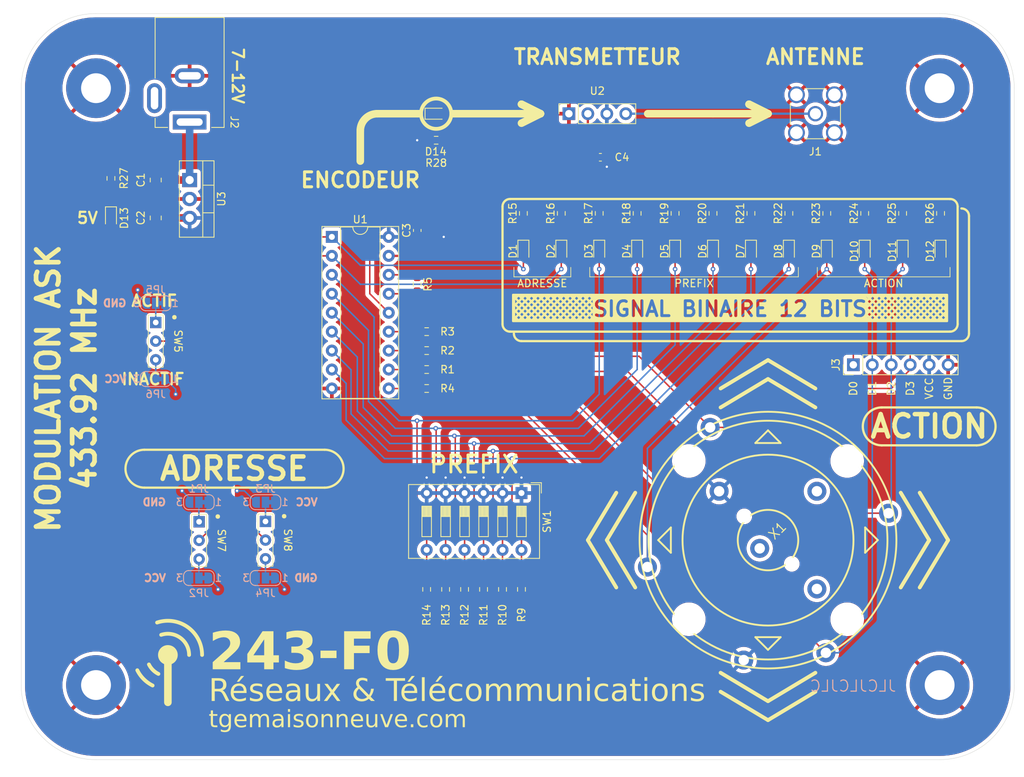
<source format=kicad_pcb>
(kicad_pcb (version 20240108) (generator "pcbnew") (generator_version "8.0")
  (layers (0 "F.Cu" signal) (31 "B.Cu" signal) (34 "B.Paste" user) (35 "F.Paste" user) (36 "B.SilkS" user "B.Silkscreen") (37 "F.SilkS" user "F.Silkscreen") (38 "B.Mask" user) (39 "F.Mask" user) (44 "Edge.Cuts" user))
  (net 0 "")
  (net 1 "GND")
  (net 2 "VCC")
  (net 3 "/A0")
  (net 4 "Net-(D1-K)")
  (net 5 "Net-(D2-K)")
  (net 6 "/A1")
  (net 7 "/A2")
  (net 8 "Net-(D3-K)")
  (net 9 "Net-(D4-K)")
  (net 10 "/A3")
  (net 11 "/A4")
  (net 12 "Net-(D5-K)")
  (net 13 "Net-(D6-K)")
  (net 14 "/A5")
  (net 15 "Net-(D7-K)")
  (net 16 "/A6")
  (net 17 "Net-(D8-K)")
  (net 18 "/A7")
  (net 19 "Net-(D9-K)")
  (net 20 "/D0")
  (net 21 "/D1")
  (net 22 "Net-(D10-K)")
  (net 23 "/D2")
  (net 24 "Net-(D11-K)")
  (net 25 "Net-(D12-K)")
  (net 26 "/D3")
  (net 27 "Net-(J1-In)")
  (net 28 "Net-(U1-OSC1)")
  (net 29 "Net-(U1-OSC2)")
  (net 30 "/DOUT")
  (net 31 "Net-(U3-VI)")
  (net 32 "Net-(D13-K)")
  (net 33 "Net-(D14-A)")
  (net 34 "/~{TE}")
  (net 38 "Net-(JP1-C)")
  (net 39 "Net-(JP2-C)")
  (net 40 "Net-(JP3-C)")
  (net 41 "Net-(JP4-C)")
  (net 42 "Net-(JP5-C)")
  (net 43 "Net-(JP6-C)")
  (footprint "Resistor_SMD:R_0603_1608Metric_Pad0.98x0.95mm_HandSolder" (layer "F.Cu") (at 209.804 71.7785 90)
    (property "Reference" "R22")
    (property "Value" "330")
  )
  (footprint "Resistor_SMD:R_0603_1608Metric_Pad0.98x0.95mm_HandSolder" (layer "F.Cu") (at 161.29 122.174 90)
    (property "Reference" "R14")
    (property "Value" "10k")
  )
  (footprint "Resistor_SMD:R_0603_1608Metric_Pad0.98x0.95mm_HandSolder" (layer "F.Cu") (at 194.564 71.7785 90)
    (property "Reference" "R19")
    (property "Value" "330")
  )
  (footprint "Resistor_SMD:R_0603_1608Metric_Pad0.98x0.95mm_HandSolder" (layer "F.Cu") (at 160.02 81.28 -90)
    (property "Reference" "R5")
    (property "Value" "1.1M")
  )
  (footprint "Resistor_SMD:R_0603_1608Metric_Pad0.98x0.95mm_HandSolder" (layer "F.Cu") (at 162.56 61.976 180)
    (property "Reference" "R28")
    (property "Value" "330")
  )
  (footprint "LED_SMD:LED_0603_1608Metric" (layer "F.Cu") (at 184.404 76.8585 -90)
    (property "Reference" "D3")
    (property "Value" "LED")
  )
  (footprint "Resistor_SMD:R_0603_1608Metric_Pad0.98x0.95mm_HandSolder" (layer "F.Cu") (at 166.37 122.174 90)
    (property "Reference" "R12")
    (property "Value" "10k")
  )
  (footprint "Resistor_SMD:R_0603_1608Metric_Pad0.98x0.95mm_HandSolder" (layer "F.Cu") (at 219.964 71.7785 90)
    (property "Reference" "R24")
    (property "Value" "330")
  )
  (footprint "LED_SMD:LED_0603_1608Metric" (layer "F.Cu") (at 162.56 58.42)
    (property "Reference" "D14")
    (property "Value" "LED")
  )
  (footprint "Button_Switch_THT:SW_DIP_SPSTx06_Slide_9.78x17.42mm_W7.62mm_P2.54mm" (layer "F.Cu") (at 173.99 109.2625 -90)
    (property "Reference" "SW1")
    (property "Value" "SW_DIP_x06")
  )
  (footprint "Connector_PinSocket_2.54mm:PinSocket_1x04_P2.54mm_Vertical" (layer "F.Cu") (at 180.34 58.42 90)
    (property "Reference" "U2")
    (property "Value" "TLP-434")
  )
  (footprint "Resistor_SMD:R_0603_1608Metric_Pad0.98x0.95mm_HandSolder" (layer "F.Cu") (at 199.644 71.7785 90)
    (property "Reference" "R20")
    (property "Value" "330")
  )
  (footprint "Resistor_SMD:R_0603_1608Metric_Pad0.98x0.95mm_HandSolder" (layer "F.Cu") (at 174.244 71.7785 90)
    (property "Reference" "R15")
    (property "Value" "330")
  )
  (footprint "Library:ENCODER_ANO" (layer "F.Cu") (at 207.01 115.57 45)
    (property "Reference" "X1")
    (property "Value" "ENCODER_ANO")
  )
  (footprint "LED_SMD:LED_0603_1608Metric" (layer "F.Cu") (at 214.884 76.8585 -90)
    (property "Reference" "D9")
    (property "Value" "LED")
  )
  (footprint "Resistor_SMD:R_0603_1608Metric_Pad0.98x0.95mm_HandSolder" (layer "F.Cu") (at 204.724 71.7785 90)
    (property "Reference" "R21")
    (property "Value" "330")
  )
  (footprint "Resistor_SMD:R_0603_1608Metric_Pad0.98x0.95mm_HandSolder" (layer "F.Cu") (at 225.044 71.7785 90)
    (property "Reference" "R25")
    (property "Value" "330")
  )
  (footprint "Resistor_SMD:R_0603_1608Metric_Pad0.98x0.95mm_HandSolder" (layer "F.Cu") (at 161.29 95.25)
    (property "Reference" "R4")
    (property "Value" "10k")
  )
  (footprint "MountingHole:MountingHole_4mm_Pad" (layer "F.Cu") (at 117 55)
    (property "Reference" "H1" (hide yes))
    (property "Value" "MountingHole_Pad")
  )
  (footprint "Resistor_SMD:R_0603_1608Metric_Pad0.98x0.95mm_HandSolder" (layer "F.Cu") (at 184.404 71.7785 90)
    (property "Reference" "R17")
    (property "Value" "330")
  )
  (footprint "LED_SMD:LED_0603_1608Metric" (layer "F.Cu") (at 189.484 76.8585 -90)
    (property "Reference" "D4")
    (property "Value" "LED")
  )
  (footprint "Capacitor_SMD:C_0603_1608Metric_Pad1.08x0.95mm_HandSolder" (layer "F.Cu") (at 184.5575 64.262 180)
    (property "Reference" "C4")
    (property "Value" "100n")
  )
  (footprint "Resistor_SMD:R_0603_1608Metric_Pad0.98x0.95mm_HandSolder" (layer "F.Cu") (at 119 67.0875 90)
    (property "Reference" "R27")
    (property "Value" "330")
  )
  (footprint "LED_SMD:LED_0603_1608Metric" (layer "F.Cu") (at 179.324 76.8585 -90)
    (property "Reference" "D2")
    (property "Value" "LED")
  )
  (footprint "Library:EG1218" (layer "F.Cu") (at 125 88.9 -90)
    (property "Reference" "SW5")
    (property "Value" "SW_SPDT")
  )
  (footprint "Resistor_SMD:R_0603_1608Metric_Pad0.98x0.95mm_HandSolder" (layer "F.Cu") (at 161.29 87.63)
    (property "Reference" "R3")
    (property "Value" "10k")
  )
  (footprint "Package_DIP:DIP-18_W7.62mm_Socket" (layer "F.Cu") (at 148.59 74.93)
    (property "Reference" "U1")
    (property "Value" "HT12E")
  )
  (footprint "Library:EG1218" (layer "F.Cu") (at 139.7 115.57 -90)
    (property "Reference" "SW8")
    (property "Value" "SW_SPDT")
  )
  (footprint "Connector_BarrelJack:BarrelJack_Kycon_KLDX-0202-xC_Horizontal" (layer "F.Cu") (at 129.54 59.54 -90)
    (property "Reference" "J2")
    (property "Value" "Barrel_Jack_Switch")
  )
  (footprint "LED_SMD:LED_0603_1608Metric" (layer "F.Cu") (at 174.244 76.8585 -90)
    (property "Reference" "D1")
    (property "Value" "LED")
  )
  (footprint "Resistor_SMD:R_0603_1608Metric_Pad0.98x0.95mm_HandSolder" (layer "F.Cu") (at 179.324 71.7785 90)
    (property "Reference" "R16")
    (property "Value" "330")
  )
  (footprint "Resistor_SMD:R_0603_1608Metric_Pad0.98x0.95mm_HandSolder" (layer "F.Cu") (at 168.91 122.174 90)
    (property "Reference" "R11")
    (property "Value" "10k")
  )
  (footprint "Connector_PinHeader_2.54mm:PinHeader_1x06_P2.54mm_Vertical" (layer "F.Cu") (at 218.44 92.075 90)
    (property "Reference" "J3")
    (property "Value" "Data_in")
  )
  (footprint "LED_SMD:LED_0603_1608Metric" (layer "F.Cu") (at 225.044 76.8585 -90)
    (property "Reference" "D11")
    (property "Value" "LED")
  )
  (footprint "Resistor_SMD:R_0603_1608Metric_Pad0.98x0.95mm_HandSolder" (layer "F.Cu") (at 161.29 90.17)
    (property "Reference" "R2")
    (property "Value" "10k")
  )
  (footprint "Capacitor_SMD:C_0805_2012Metric_Pad1.18x1.45mm_HandSolder" (layer "F.Cu") (at 125 72.39 90)
    (property "Reference" "C2")
    (property "Value" "10u")
  )
  (footprint "LED_SMD:LED_0603_1608Metric" (layer "F.Cu") (at 219.964 76.8585 -90)
    (property "Reference" "D10")
    (property "Value" "LED")
  )
  (footprint "Resistor_SMD:R_0603_1608Metric_Pad0.98x0.95mm_HandSolder" (layer "F.Cu") (at 161.29 92.71)
    (property "Reference" "R1")
    (property "Value" "10k")
  )
  (footprint "MountingHole:MountingHole_4mm_Pad" (layer "F.Cu") (at 230 55)
    (property "Reference" "H2" (hide yes))
    (property "Value" "MountingHole_Pad")
  )
  (footprint "Resistor_SMD:R_0603_1608Metric_Pad0.98x0.95mm_HandSolder" (layer "F.Cu") (at 214.884 71.7785 90)
    (property "Reference" "R23")
    (property "Value" "330")
  )
  (footprint "Resistor_SMD:R_0603_1608Metric_Pad0.98x0.95mm_HandSolder" (layer "F.Cu") (at 171.45 122.174 90)
    (property "Reference" "R10")
    (property "Value" "10k")
  )
  (footprint "LED_SMD:LED_0603_1608Metric" (layer "F.Cu") (at 204.724 76.8585 -90)
    (property "Reference" "D7")
    (property "Value" "LED")
  )
  (footprint "MountingHole:MountingHole_4mm_Pad" (layer "F.Cu") (at 117 135)
    (property "Reference" "H4" (hide yes))
    (property "Value" "MountingHole_Pad")
  )
  (footprint "LED_SMD:LED_0603_1608Metric" (layer "F.Cu") (at 194.564 76.8585 -90)
    (property "Reference" "D5")
    (property "Value" "LED")
  )
  (footprint "Capacitor_SMD:C_0603_1608Metric_Pad1.08x0.95mm_HandSolder" (layer "F.Cu") (at 160.03 74.0675 90)
    (property "Reference" "C3")
    (property "Value" "100n")
  )
  (footprint "LED_SMD:LED_0603_1608Metric" (layer "F.Cu") (at 199.644 76.8585 -90)
    (property "Reference" "D6")
    (property "Value" "LED")
  )
  (footprint "Connector_Coaxial:SMA_Amphenol_901-144_Vertical" (layer "F.Cu") (at 213.36 58.42)
    (property "Reference" "J1")
    (property "Value" "Conn_Coaxial")
  )
  (footprint "Resistor_SMD:R_0603_1608Metric_Pad0.98x0.95mm_HandSolder" (layer "F.Cu") (at 163.83 122.174 90)
    (property "Reference" "R13")
    (property "Value" "10k")
  )
  (footprint "MountingHole:MountingHole_4mm_Pad" (layer "F.Cu") (at 230 135)
    (property "Reference" "H3" (hide yes))
    (property "Value" "MountingHole_Pad")
  )
  (footprint "LED_SMD:LED_0603_1608Metric" (layer "F.Cu") (at 119 72.39 -90)
    (property "Reference" "D13")
    (property "Value" "LED")
  )
  (footprint "Capacitor_SMD:C_0805_2012Metric_Pad1.18x1.45mm_HandSolder" (layer "F.Cu") (at 125 67.31 -90)
    (property "Reference" "C1")
    (property "Value" "10u")
  )
  (footprint "LED_SMD:LED_0603_1608Metric" (layer "F.Cu") (at 230.124 76.8585 -90)
    (property "Reference" "D12")
    (property "Value" "LED")
  )
  (footprint "Resistor_SMD:R_0603_1608Metric_Pad0.98x0.95mm_HandSolder" (layer "F.Cu") (at 230.124 71.7785 90)
    (property "Reference" "R26")
    (property "Value" "330")
  )
  (footprint "Resistor_SMD:R_0603_1608Metric_Pad0.98x0.95mm_HandSolder" (layer "F.Cu") (at 189.484 71.7785 90)
    (property "Reference" "R18")
    (property "Value" "330")
  )
  (footprint "Resistor_SMD:R_0603_1608Metric_Pad0.98x0.95mm_HandSolder" (layer "F.Cu") (at 173.99 122.174 90)
    (property "Reference" "R9")
    (property "Value" "10k")
  )
  (footprint "Library:EG1218" (layer "F.Cu") (at 130.81 115.61 -90)
    (property "Reference" "SW7")
    (property "Value" "SW_SPDT")
  )
  (footprint "Package_TO_SOT_THT:TO-220-3_Vertical" (layer "F.Cu") (at 129.54 67.31 -90)
    (property "Reference" "U3")
    (property "Value" "LM7805_TO220")
  )
  (footprint "LED_SMD:LED_0603_1608Metric" (layer "F.Cu") (at 209.804 76.8585 -90)
    (property "Reference" "D8")
    (property "Value" "LED")
  )
  (footprint "Jumper:SolderJumper-3_P1.3mm_Bridged12_RoundedPad1.0x1.5mm_NumberLabels" (layer "B.Cu") (at 125 83.82 180)
    (property "Reference" "JP5")
    (property "Value" "SolderJumper_3_Bridged12")
  )
  (footprint "Jumper:SolderJumper-3_P1.3mm_Bridged12_RoundedPad1.0x1.5mm_NumberLabels" (layer "B.Cu") (at 139.7 120.65 180)
    (property "Reference" "JP4")
    (property "Value" "SolderJumper_3_Bridged12")
  )
  (footprint "Jumper:SolderJumper-3_P1.3mm_Bridged12_RoundedPad1.0x1.5mm_NumberLabels" (layer "B.Cu") (at 125 93.98 180)
    (property "Reference" "JP6")
    (property "Value" "SolderJumper_3_Bridged12")
  )
  (footprint "Jumper:SolderJumper-3_P1.3mm_Bridged12_RoundedPad1.0x1.5mm_NumberLabels" (layer "B.Cu") (at 139.7 110.49 180)
    (property "Reference" "JP3")
    (property "Value" "SolderJumper_3_Bridged12")
  )
  (footprint "Jumper:SolderJumper-3_P1.3mm_Bridged12_RoundedPad1.0x1.5mm_NumberLabels" (layer "B.Cu") (at 130.78 120.65 180)
    (property "Reference" "JP2")
    (property "Value" "SolderJumper_3_Bridged12")
  )
  (footprint "Jumper:SolderJumper-3_P1.3mm_Bridged12_RoundedPad1.0x1.5mm_NumberLabels" (layer "B.Cu") (at 130.78 110.49 180)
    (property "Reference" "JP1")
    (property "Value" "SolderJumper_3_Bridged12")
  )
  (gr_arc (start 171.45 70.866) (mid 171.74758 70.14758) (end 172.466 69.85) (stroke (width 0.3048)) (layer "F.SilkS"))
  (gr_line (start 126.628026 130.964076) (end 126.628026 137.314076) (stroke (width 1.016)) (layer "F.SilkS"))
  (gr_arc (start 234.95 97.79) (mid 237.49 100.33) (end 234.95 102.87) (stroke (width 0.3048)) (layer "F.SilkS"))
  (gr_line (start 185.42 115.57) (end 189.23 121.92) (stroke (width 0.508)) (layer "F.SilkS"))
  (gr_line (start 182.88 115.57) (end 186.69 121.92) (stroke (width 0.508)) (layer "F.SilkS"))
  (gr_line (start 190.8965 58.42) (end 199.644 58.42) (stroke (width 1.016)) (layer "F.SilkS"))
  (gr_arc (start 172.466 87.63) (mid 171.74758 87.33242) (end 171.45 86.614) (stroke (width 0.3048)) (layer "F.SilkS"))
  (gr_arc (start 123.49 108.54) (mid 120.95 106) (end 123.49 103.46) (stroke (width 0.3048)) (layer "F.SilkS"))
  (gr_line (start 207.01 93.98) (end 200.66 97.79) (stroke (width 0.508)) (layer "F.SilkS"))
  (gr_arc (start 232.918 71.12) (mid 233.63642 71.41758) (end 233.934 72.136) (stroke (width 0.3048)) (layer "F.SilkS"))
  (gr_arc (start 222.25 102.87) (mid 219.71 100.33) (end 222.25 97.79) (stroke (width 0.3048)) (layer "F.SilkS"))
  (gr_line (start 224.79 121.92) (end 228.6 115.57) (stroke (width 0.508)) (layer "F.SilkS"))
  (gr_line (start 164.846 58.42) (end 176.53 58.42) (stroke (width 1.016)) (layer "F.SilkS"))
  (gr_line (start 213.614 80.2875) (end 213.614 79.0175) (stroke (width 0.1)) (layer "F.SilkS"))
  (gr_arc (start 125.73 128.27) (mid 128.288489 128.660306) (end 129.467832 130.964076) (stroke (width 0.508)) (layer "F.SilkS"))
  (gr_arc (start 125.358026 133.504076) (mid 124.61998 132.972122) (end 124.088026 132.234076) (stroke (width 0.508)) (layer "F.SilkS"))
  (gr_line (start 147.62 108.54) (end 123.49 108.54) (stroke (width 0.3048)) (layer "F.SilkS"))
  (gr_line (start 186.69 109.22) (end 182.88 115.57) (stroke (width 0.508)) (layer "F.SilkS"))
  (gr_line (start 172.974 80.2875) (end 172.974 79.0175) (stroke (width 0.1)) (layer "F.SilkS"))
  (gr_line (start 199.644 58.42) (end 207.01 58.42) (stroke (width 1.016)) (layer "F.SilkS"))
  (gr_line (start 180.594 80.2875) (end 172.974 80.2875) (stroke (width 0.1)) (layer "F.SilkS"))
  (gr_arc (start 232.41 86.614) (mid 232.11242 87.33242) (end 231.394 87.63) (stroke (width 0.3048)) (layer "F.SilkS"))
  (gr_line (start 213.36 97.79) (end 207.01 93.98) (stroke (width 0.508)) (layer "F.SilkS"))
  (gr_line (start 204.47 57.15) (end 207.01 58.42) (stroke (width 1.016)) (layer "F.SilkS"))
  (gr_line (start 207.01 137.16) (end 213.36 133.35) (stroke (width 0.508)) (layer "F.SilkS"))
  (gr_arc (start 233.934 87.884) (mid 233.63642 88.60242) (end 232.918 88.9) (stroke (width 0.3048)) (layer "F.SilkS"))
  (gr_line (start 183.134 80.2875) (end 183.134 79.0175) (stroke (width 0.1)) (layer "F.SilkS"))
  (gr_line (start 231.394 87.63) (end 172.466 87.63) (stroke (width 0.3048)) (layer "F.SilkS"))
  (gr_line (start 233.934 72.136) (end 233.934 87.884) (stroke (width 0.3048)) (layer "F.SilkS"))
  (gr_line (start 207.01 91.44) (end 200.66 95.25) (stroke (width 0.508)) (layer "F.SilkS"))
  (gr_line (start 231.394 80.2875) (end 213.614 80.2875) (stroke (width 0.1)) (layer "F.SilkS"))
  (gr_line (start 222.25 102.87) (end 234.95 102.87) (stroke (width 0.3048)) (layer "F.SilkS"))
  (gr_arc (start 125.180003 126.620007) (mid 129.305444 127.249357) (end 131.207076 130.964076) (stroke (width 0.508)) (layer "F.SilkS"))
  (gr_line (start 232.41 70.866) (end 232.41 86.614) (stroke (width 0.3048)) (layer "F.SilkS"))
  (gr_line (start 200.66 135.89) (end 207.01 139.7) (stroke (width 0.508)) (layer "F.SilkS"))
  (gr_line (start 171.45 86.614) (end 171.45 70.866) (stroke (width 0.3048)) (layer "F.SilkS"))
  (gr_line (start 231.14 115.57) (end 227.33 109.22) (stroke (width 0.508)) (layer "F.SilkS"))
  (gr_circle (center 162.56 58.42) (end 164.592 58.42) (stroke (width 0.508)) (fill none) (layer "F.SilkS"))
  (gr_line (start 176.53 58.42) (end 173.99 59.69) (stroke (width 1.016)) (layer "F.SilkS"))
  (gr_line (start 211.074 79.0175) (end 211.074 80.2875) (stroke (width 0.1)) (layer "F.SilkS"))
  (gr_line (start 152.4 64.77) (end 152.4 60.706) (stroke (width 1.016)) (layer "F.SilkS"))
  (gr_line (start 227.33 121.92) (end 231.14 115.57) (stroke (width 0.508)) (layer "F.SilkS"))
  (gr_line (start 207.01 58.42) (end 204.47 59.69) (stroke (width 1.016)) (layer "F.SilkS"))
  (gr_line (start 176.53 58.42) (end 173.99 57.15) (stroke (width 1.016)) (layer "F.SilkS"))
  (gr_arc (start 124.580214 135.059703) (mid 123.390149 134.201953) (end 122.532399 133.011888) (stroke (width 0.508)) (layer "F.SilkS"))
  (gr_line (start 172.466 69.85) (end 231.394 69.85) (stroke (width 0.3048)) (layer "F.SilkS"))
  (gr_line (start 231.394 79.0175) (end 231.394 80.2875) (stroke (width 0.1)) (layer "F.SilkS"))
  (gr_line (start 180.594 79.0175) (end 180.594 80.2875) (stroke (width 0.1)) (layer "F.SilkS"))
  (gr_line (start 232.918 88.9) (end 173.99 88.9) (stroke (width 0.3048)) (layer "F.SilkS"))
  (gr_circle (center 126.628026 130.964076) (end 127.898026 130.964076) (stroke (width 0.1)) (fill solid) (layer "F.SilkS"))
  (gr_line (start 213.36 95.25) (end 207.01 91.44) (stroke (width 0.508)) (layer "F.SilkS"))
  (gr_line (start 154.686 58.42) (end 160.274 58.42) (stroke (width 1.016)) (layer "F.SilkS"))
  (gr_line (start 200.66 133.35) (end 207.01 137.16) (stroke (width 0.508)) (layer "F.SilkS"))
  (gr_arc (start 147.62 103.46) (mid 150.16 106) (end 147.62 108.54) (stroke (width 0.3048)) (layer "F.SilkS"))
  (gr_line (start 211.074 80.2875) (end 183.134 80.2875) (stroke (width 0.1)) (layer "F.SilkS"))
  (gr_line (start 228.6 115.57) (end 224.79 109.22) (stroke (width 0.508)) (layer "F.SilkS"))
  (gr_line (start 207.01 58.42) (end 204.47 57.15) (stroke (width 1.016)) (layer "F.SilkS"))
  (gr_arc (start 152.4 60.706) (mid 153.069554 59.089554) (end 154.686 58.42) (stroke (width 1.016)) (layer "F.SilkS"))
  (gr_arc (start 231.394 69.85) (mid 232.11242 70.14758) (end 232.41 70.866) (stroke (width 0.3048)) (layer "F.SilkS"))
  (gr_line (start 207.01 139.7) (end 213.36 135.89) (stroke (width 0.508)) (layer "F.SilkS"))
  (gr_line (start 222.25 97.79) (end 234.95 97.79) (stroke (width 0.3048)) (layer "F.SilkS"))
  (gr_arc (start 173.99 88.9) (mid 173.27158 88.60242) (end 172.974 87.884) (stroke (width 0.3048)) (layer "F.SilkS"))
  (gr_line (start 173.99 57.15) (end 176.53 58.42) (stroke (width 1.016)) (layer "F.SilkS"))
  (gr_line (start 123.49 103.46) (end 147.62 103.46) (stroke (width 0.3048)) (layer "F.SilkS"))
  (gr_line (start 189.23 109.22) (end 185.42 115.57) (stroke (width 0.508)) (layer "F.SilkS"))
  (gr_arc (start 230 45) (mid 237.071068 47.928932) (end 240 55) (stroke (width 0.05)) (layer "Edge.Cuts"))
  (gr_line (start 116.98 45) (end 230 45) (stroke (width 0.05)) (layer "Edge.Cuts"))
  (gr_line (start 106.98 135) (end 106.98 55) (stroke (width 0.05)) (layer "Edge.Cuts"))
  (gr_arc (start 116.98 145) (mid 109.908932 142.071068) (end 106.98 135) (stroke (width 0.05)) (layer "Edge.Cuts"))
  (gr_line (start 240 55) (end 240 135) (stroke (width 0.05)) (layer "Edge.Cuts"))
  (gr_line (start 230 145) (end 116.98 145) (stroke (width 0.05)) (layer "Edge.Cuts"))
  (gr_arc (start 106.98 55) (mid 109.908932 47.928932) (end 116.98 45) (stroke (width 0.05)) (layer "Edge.Cuts"))
  (gr_arc (start 240 135) (mid 237.071068 142.071068) (end 230 145) (stroke (width 0.05)) (layer "Edge.Cuts"))
  (gr_text "VCC" (at 146.812 110.49 0) (layer "B.SilkS") (effects (font (size 1 1) (thickness 0.3) (bold yes)) (justify left mirror)))
  (gr_text "JLCJLCJLC" (at 224.282 135.128 0) (layer "B.SilkS") (effects (font (size 1.5 1.5)) (justify left mirror)))
  (gr_text "GND" (at 121.19 83.82 0) (layer "B.SilkS") (effects (font (size 1 1) (thickness 0.3) (bold yes)) (justify left mirror)))
  (gr_text "GND" (at 146.812 120.65 0) (layer "B.SilkS") (effects (font (size 1 1) (thickness 0.3) (bold yes)) (justify left mirror)))
  (gr_text "VCC" (at 126.492 120.65 0) (layer "B.SilkS") (effects (font (size 1 1) (thickness 0.3) (bold yes)) (justify left mirror)))
  (gr_text "GND" (at 126.492 110.49 0) (layer "B.SilkS") (effects (font (size 1 1) (thickness 0.3) (bold yes)) (justify left mirror)))
  (gr_text "VCC" (at 121.19 93.98 0) (layer "B.SilkS") (effects (font (size 1 1) (thickness 0.3) (bold yes)) (justify left mirror)))
  (gr_text "D1" (at 220.98 95.25 90) (layer "F.SilkS") (effects (font (size 1.016 1.016) (thickness 0.1524))))
  (gr_text "ACTION" (at 222.504 81.153 0) (layer "F.SilkS") (effects (font (size 1.016 1.016) (thickness 0.1524))))
  (gr_text "D2" (at 223.52 95.25 90) (layer "F.SilkS") (effects (font (size 1.016 1.016) (thickness 0.1524))))
  (gr_text "5V" (at 114.3 72.39 0) (layer "F.SilkS") (effects (font (size 1.5 1.5) (thickness 0.3) (bold yes)) (justify left)))
  (gr_text "TRANSMETTEUR" (at 184.15 50.8 0) (layer "F.SilkS") (effects (font (size 2 2) (thickness 0.4) (bold yes))))
  (gr_text "MODULATION ASK\n433.92 MHz" (at 113.03 95.25 90) (layer "F.SilkS") (effects (font (size 3 3) (thickness 0.625) (bold yes))))
  (gr_text "INACTIF" (at 129 94 0) (layer "F.SilkS") (effects (font (size 1.524 1.524) (thickness 0.3048) (bold yes)) (justify right)))
  (gr_text "ACTIF" (at 128 83.5 0) (layer "F.SilkS") (effects (font (size 1.524 1.524) (thickness 0.3048) (bold yes)) (justify right)))
  (gr_text "ACTION" (at 228.6 100.33 0) (layer "F.SilkS") (effects (font (size 3 3) (thickness 0.6) (bold yes))))
  (gr_text "D3" (at 226.06 95.25 90) (layer "F.SilkS") (effects (font (size 1.016 1.016) (thickness 0.1524))))
  (gr_text "7-12V" (at 136 53.34 270) (layer "F.SilkS") (effects (font (size 1.5 1.5) (thickness 0.3) (bold yes))))
  (gr_text "ADRESSE" (at 135.5 106 0) (layer "F.SilkS") (effects (font (size 3 3) (thickness 0.6) (bold yes))))
  (gr_text "Réseaux & Télécommunications" (at 132.08 135.89 0) (layer "F.SilkS") (effects (font (size 3 3) (thickness 0.375)) (justify left)))
  (gr_text "ENCODEUR" (at 152.41 67.31 0) (layer "F.SilkS") (effects (font (size 2 2) (thickness 0.4) (bold yes))))
  (gr_text "VCC" (at 228.6 95.25 90) (layer "F.SilkS") (effects (font (size 1.016 1.016) (thickness 0.1524))))
  (gr_text "ADRESSE" (at 176.784 81.153 0) (layer "F.SilkS") (effects (font (size 1.016 1.016) (thickness 0.1524))))
  (gr_text "ANTENNE" (at 213.36 50.8 0) (layer "F.SilkS") (effects (font (size 2 2) (thickness 0.4) (bold yes))))
  (gr_text "243-F0" (at 132.08 130.81 0) (layer "F.SilkS") (effects (font (size 5 5) (thickness 0.2) (bold yes)) (justify left)))
  (gr_text " SIGNAL BINAIRE 12 BITS " (at 201.93 84.582 0) (layer "F.SilkS" knockout) (effects (font (size 2 2) (thickness 0.4) (bold yes))))
  (gr_text "tgemaisonneuve.com" (at 132.08 139.7 0) (layer "F.SilkS") (effects (font (size 2.286 2.286) (thickness 0.375)) (justify left)))
  (gr_text "PREFIX" (at 167.64 105.41 0) (layer "F.SilkS") (effects (font (size 2.286 2.286) (thickness 0.381) (bold yes))))
  (gr_text "GND" (at 231.14 95.25 90) (layer "F.SilkS") (effects (font (size 1.016 1.016) (thickness 0.1524))))
  (gr_text "D0" (at 218.44 95.25 90) (layer "F.SilkS") (effects (font (size 1.016 1.016) (thickness 0.1524))))
  (gr_text "PREFIX" (at 197.104 81.153 0) (layer "F.SilkS") (effects (font (size 1.016 1.016) (thickness 0.1524))))
  (via (at 122.587 82.042) (size 0.6096) (drill 0.3048) (layers "F.Cu" "B.Cu") (net 1))
  (via (at 135.89 108.966) (size 0.6096) (drill 0.3048) (layers "F.Cu" "B.Cu") (net 1))
  (via (at 142.24 122.174) (size 0.6096) (drill 0.3048) (layers "F.Cu" "B.Cu") (net 1))
  (via (at 133.35 122.174) (size 0.6096) (drill 0.3048) (layers "F.Cu" "B.Cu") (net 1))
  (via (at 128.524 108.966) (size 0.6096) (drill 0.3048) (layers "F.Cu" "B.Cu") (net 1))
  (via (at 127.667 96.012) (size 0.6096) (drill 0.3048) (layers "F.Cu" "B.Cu") (net 1))
  (segment (start 133.35 121.92) (end 133.35 122.174) (width 0.2032) (layer "B.Cu") (net 1))
  (segment (start 138.4 110.49) (end 136.876 108.966) (width 0.2032) (layer "B.Cu") (net 1))
  (segment (start 129.48 109.922) (end 128.524 108.966) (width 0.2032) (layer "B.Cu") (net 1))
  (segment (start 123.7 83.82) (end 122.587 82.707) (width 0.2032) (layer "B.Cu") (net 1))
  (segment (start 129.48 110.49) (end 129.48 109.922) (width 0.2032) (layer "B.Cu") (net 1))
  (segment (start 126.3 93.98) (end 127.667 95.347) (width 0.2032) (layer "B.Cu") (net 1))
  (segment (start 127.667 95.347) (end 127.667 96.012) (width 0.2032) (layer "B.Cu") (net 1))
  (segment (start 142.24 121.89) (end 142.24 122.174) (width 0.2032) (layer "B.Cu") (net 1))
  (segment (start 136.876 108.966) (end 135.89 108.966) (width 0.2032) (layer "B.Cu") (net 1))
  (segment (start 122.587 82.707) (end 122.587 82.042) (width 0.2032) (layer "B.Cu") (net 1))
  (segment (start 141 120.65) (end 142.24 121.89) (width 0.2032) (layer "B.Cu") (net 1))
  (segment (start 132.08 120.65) (end 133.35 121.92) (width 0.2032) (layer "B.Cu") (net 1))
  (segment (start 121.6915 73.1775) (end 121.92 73.406) (width 0.2032) (layer "F.Cu") (net 2))
  (segment (start 161.6475 61.975999) (end 160.020001 61.975999) (width 0.2032) (layer "F.Cu") (net 2))
  (segment (start 126.9785 73.4275) (end 125 73.4275) (width 1.016) (layer "F.Cu") (net 2))
  (segment (start 160.020001 61.975999) (end 160.02 61.976) (width 0.2032) (layer "F.Cu") (net 2))
  (segment (start 122.428 73.406) (end 122.4495 73.4275) (width 0.2032) (layer "F.Cu") (net 2))
  (segment (start 160.03 74.93) (end 159.512 74.93) (width 0.2032) (layer "F.Cu") (net 2))
  (segment (start 121.92 73.406) (end 122.428 73.406) (width 0.2032) (layer "F.Cu") (net 2))
  (segment (start 163.83 109.5) (end 163.83 107.188) (width 0.2032) (layer "F.Cu") (net 2))
  (segment (start 166.37 109.5) (end 166.37 107.188) (width 0.2032) (layer "F.Cu") (net 2))
  (segment (start 185.42 65.532) (end 185.42 64.262) (width 0.4064) (layer "F.Cu") (net 2))
  (segment (start 185.42 64.262) (end 185.42 58.42) (width 0.4064) (layer "F.Cu") (net 2))
  (segment (start 173.99 109.5) (end 173.99 107.188) (width 0.2032) (layer "F.Cu") (net 2))
  (segment (start 168.91 109.5) (end 168.91 107.188) (width 0.2032) (layer "F.Cu") (net 2))
  (segment (start 159.507 74.935) (end 156.22 74.935) (width 0.4064) (layer "F.Cu") (net 2))
  (segment (start 129.54 72.39) (end 128.016 72.39) (width 1.016) (layer "F.Cu") (net 2))
  (segment (start 161.29 109.5) (end 161.29 107.188) (width 0.2032) (layer "F.Cu") (net 2))
  (segment (start 171.45 109.5) (end 171.45 107.188) (width 0.2032) (layer "F.Cu") (net 2))
  (segment (start 119 73.1775) (end 121.6915 73.1775) (width 0.2032) (layer "F.Cu") (net 2))
  (segment (start 128.016 72.39) (end 126.9785 73.4275) (width 1.016) (layer "F.Cu") (net 2))
  (segment (start 160.03 74.93) (end 163.576 74.93) (width 0.4064) (layer "F.Cu") (net 2))
  (segment (start 159.512 74.93) (end 159.507 74.935) (width 0.2032) (layer "F.Cu") (net 2))
  (segment (start 122.4495 73.4275) (end 125 73.4275) (width 0.2032) (layer "F.Cu") (net 2))
  (via (at 160.02 61.976) (size 0.6096) (drill 0.3048) (layers "F.Cu" "B.Cu") (net 2))
  (via (at 173.99 107.188) (size 0.6096) (drill 0.3048) (layers "F.Cu" "B.Cu") (net 2))
  (via (at 161.29 107.188) (size 0.6096) (drill 0.3048) (layers "F.Cu" "B.Cu") (net 2))
  (via (at 171.45 107.188) (size 0.6096) (drill 0.3048) (layers "F.Cu" "B.Cu") (net 2))
  (via (at 163.83 107.188) (size 0.6096) (drill 0.3048) (layers "F.Cu" "B.Cu") (net 2))
  (via (at 166.37 107.188) (size 0.6096) (drill 0.3048) (layers "F.Cu" "B.Cu") (net 2))
  (via (at 168.91 107.188) (size 0.6096) (drill 0.3048) (layers "F.Cu" "B.Cu") (net 2))
  (via (at 185.42 65.532) (size 0.6096) (drill 0.3048) (layers "F.Cu" "B.Cu") (net 2))
  (via (at 163.576 74.93) (size 0.6096) (drill 0.3048) (layers "F.Cu" "B.Cu") (net 2))
  (segment (start 130.81 115.61) (end 134 112.42) (width 0.2032) (layer "F.Cu") (net 3))
  (segment (start 134 85.71) (end 144.775 74.935) (width 0.2032) (layer "F.Cu") (net 3))
  (segment (start 144.775 74.935) (end 148.6 74.935) (width 0.2032) (layer "F.Cu") (net 3))
  (segment (start 174.244 77.646) (end 174.244 79.248) (width 0.2032) (layer "F.Cu") (net 3))
  (segment (start 134 112.42) (end 134 85.71) (width 0.2032) (layer "F.Cu") (net 3))
  (via (at 174.244 79.248) (size 0.6096) (drill 0.3048) (layers "F.Cu" "B.Cu") (net 3))
  (segment (start 148.6 74.935) (end 152.405 78.74) (width 0.2032) (layer "B.Cu") (net 3))
  (segment (start 173.736 78.74) (end 174.244 79.248) (width 0.2032) (layer "B.Cu") (net 3))
  (segment (start 152.405 78.74) (end 173.736 78.74) (width 0.2032) (layer "B.Cu") (net 3))
  (segment (start 174.244 72.691) (end 174.244 76.071) (width 0.2032) (layer "F.Cu") (net 4))
  (segment (start 179.324 72.691) (end 179.324 76.071) (width 0.2032) (layer "F.Cu") (net 5))
  (segment (start 135 110.5) (end 135 87.25) (width 0.2032) (layer "F.Cu") (net 6))
  (segment (start 137.16 112.66) (end 135 110.5) (width 0.2032) (layer "F.Cu") (net 6))
  (segment (start 144.775 77.475) (end 148.6 77.475) (width 0.2032) (layer "F.Cu") (net 6))
  (segment (start 139.7 115.57) (end 137.16 113.03) (width 0.2032) (layer "F.Cu") (net 6))
  (segment (start 179.324 77.646) (end 179.324 79.248) (width 0.2032) (layer "F.Cu") (net 6))
  (segment (start 135 87.25) (end 144.775 77.475) (width 0.2032) (layer "F.Cu") (net 6))
  (segment (start 137.16 113.03) (end 137.16 112.66) (width 0.2032) (layer "F.Cu") (net 6))
  (via (at 179.324 79.248) (size 0.6096) (drill 0.3048) (layers "F.Cu" "B.Cu") (net 6))
  (segment (start 148.6 77.475) (end 152.4 81.275) (width 0.2032) (layer "B.Cu") (net 6))
  (segment (start 152.4 81.275) (end 152.4 81.28) (width 0.2032) (layer "B.Cu") (net 6))
  (segment (start 152.4 81.28) (end 177.292 81.28) (width 0.2032) (layer "B.Cu") (net 6))
  (segment (start 177.292 81.28) (end 179.324 79.248) (width 0.2032) (layer "B.Cu") (net 6))
  (segment (start 160.02 113.538) (end 160.02 113.52) (width 0.2032) (layer "F.Cu") (net 7))
  (segment (start 184.404 77.646) (end 184.404 79.248) (width 0.2032) (layer "F.Cu") (net 7))
  (segment (start 161.29 114.808) (end 160.02 113.538) (width 0.2032) (layer "F.Cu") (net 7))
  (segment (start 160 113.5) (end 160 99.568) (width 0.2032) (layer "F.Cu") (net 7))
  (segment (start 160.02 113.52) (end 160 113.5) (width 0.2032) (layer "F.Cu") (net 7))
  (segment (start 161.29 121.2615) (end 161.29 114.808) (width 0.2032) (layer "F.Cu") (net 7))
  (via (at 160 99.568) (size 0.6096) (drill 0.3048) (layers "F.Cu" "B.Cu") (net 7))
  (via (at 184.404 79.248) (size 0.6096) (drill 0.3048) (layers "F.Cu" "B.Cu") (net 7))
  (segment (start 160 99.568) (end 180.848 99.568) (width 0.2032) (layer "B.Cu") (net 7))
  (segment (start 154.243765 85.663765) (end 148.59 80.01) (width 0.2032) (layer "B.Cu") (net 7))
  (segment (start 184.404 96.012) (end 184.404 79.248) (width 0.2032) (layer "B.Cu") (net 7))
  (segment (start 180.848 99.568) (end 184.404 96.012) (width 0.2032) (layer "B.Cu") (net 7))
  (segment (start 160 99.568) (end 157.568 99.568) (width 0.2032) (layer "B.Cu") (net 7))
  (segment (start 154.243765 96.243765) (end 154.243765 85.663765) (width 0.2032) (layer "B.Cu") (net 7))
  (segment (start 157.568 99.568) (end 154.243765 96.243765) (width 0.2032) (layer "B.Cu") (net 7))
  (segment (start 184.404 72.691) (end 184.404 76.071) (width 0.2032) (layer "F.Cu") (net 8))
  (segment (start 189.484 72.691) (end 189.484 76.071) (width 0.2032) (layer "F.Cu") (net 9))
  (segment (start 189.484 77.646) (end 189.484 79.248) (width 0.2032) (layer "F.Cu") (net 10))
  (segment (start 162.56 100.644) (end 162.56 113.538) (width 0.2032) (layer "F.Cu") (net 10))
  (segment (start 162.5 100.584) (end 162.56 100.644) (width 0.2032) (layer "F.Cu") (net 10))
  (segment (start 163.83 114.808) (end 163.83 121.2615) (width 0.2032) (layer "F.Cu") (net 10))
  (segment (start 162.56 113.538) (end 163.83 114.808) (width 0.2032) (layer "F.Cu") (net 10))
  (via (at 162.5 100.584) (size 0.6096) (drill 0.3048) (layers "F.Cu" "B.Cu") (net 10))
  (via (at 189.484 79.248) (size 0.6096) (drill 0.3048) (layers "F.Cu" "B.Cu") (net 10))
  (segment (start 162.5 100.584) (end 157.084 100.584) (width 0.2032) (layer "B.Cu") (net 10))
  (segment (start 157.084 100.584) (end 153.5 97) (width 0.2032) (layer "B.Cu") (net 10))
  (segment (start 181.61 100.584) (end 189.484 92.71) (width 0.2032) (layer "B.Cu") (net 10))
  (segment (start 162.5 100.584) (end 181.61 100.584) (width 0.2032) (layer "B.Cu") (net 10))
  (segment (start 153.5 97) (end 153.5 87.46) (width 0.2032) (layer "B.Cu") (net 10))
  (segment (start 153.5 87.46) (end 148.59 82.55) (width 0.2032) (layer "B.Cu") (net 10))
  (segment (start 189.484 92.71) (end 189.484 79.248) (width 0.2032) (layer "B.Cu") (net 10))
  (segment (start 165.123238 113.561238) (end 166.37 114.808) (width 0.2032) (layer "F.Cu") (net 11))
  (segment (start 166.37 114.808) (end 166.37 121.2615) (width 0.2032) (layer "F.Cu") (net 11))
  (segment (start 194.564 77.646) (end 194.564 79.248) (width 0.2032) (layer "F.Cu") (net 11))
  (segment (start 165 101.6) (end 165.123238 101.723238) (width 0.2032) (layer "F.Cu") (net 11))
  (segment (start 165.123238 101.723238) (end 165.123238 113.561238) (width 0.2032) (layer "F.Cu") (net 11))
  (via (at 165 101.6) (size 0.6096) (drill 0.3048) (layers "F.Cu" "B.Cu") (net 11))
  (via (at 194.564 79.248) (size 0.6096) (drill 0.3048) (layers "F.Cu" "B.Cu") (net 11))
  (segment (start 165 101.6) (end 156.6 101.6) (width 0.2032) (layer "B.Cu") (net 11))
  (segment (start 182.372 101.6) (end 194.564 89.408) (width 0.2032) (layer "B.Cu") (net 11))
  (segment (start 194.564 89.408) (end 194.564 79.248) (width 0.2032) (layer "B.Cu") (net 11))
  (segment (start 152.789277 89.289277) (end 148.59 85.09) (width 0.2032) (layer "B.Cu") (net 11))
  (segment (start 152.789277 97.789277) (end 152.789277 89.289277) (width 0.2032) (layer "B.Cu") (net 11))
  (segment (start 156.6 101.6) (end 152.789277 97.789277) (width 0.2032) (layer "B.Cu") (net 11))
  (segment (start 165 101.6) (end 182.372 101.6) (width 0.2032) (layer "B.Cu") (net 11))
  (segment (start 194.564 72.691) (end 194.564 76.071) (width 0.2032) (layer "F.Cu") (net 12))
  (segment (start 199.644 72.691) (end 199.644 76.071) (width 0.2032) (layer "F.Cu") (net 13))
  (segment (start 167.64 102.628882) (end 167.64 113.538) (width 0.2032) (layer "F.Cu") (net 14))
  (segment (start 168.91 114.808) (end 168.91 121.2615) (width 0.2032) (layer "F.Cu") (net 14))
  (segment (start 167.64 113.538) (end 168.91 114.808) (width 0.2032) (layer "F.Cu") (net 14))
  (segment (start 167.637891 102.626773) (end 167.64 102.628882) (width 0.2032) (layer "F.Cu") (net 14))
  (segment (start 199.644 77.646) (end 199.644 79.248) (width 0.2032) (layer "F.Cu") (net 14))
  (via (at 167.637891 102.626773) (size 0.6096) (drill 0.3048) (layers "F.Cu" "B.Cu") (net 14))
  (via (at 199.644 79.248) (size 0.6096) (drill 0.3048) (layers "F.Cu" "B.Cu") (net 14))
  (segment (start 167.637891 102.626773) (end 183.123227 102.626773) (width 0.2032) (layer "B.Cu") (net 14))
  (segment (start 199.644 86.106) (end 199.644 79.248) (width 0.2032) (layer "B.Cu") (net 14))
  (segment (start 152 91.04) (end 148.59 87.63) (width 0.2032) (layer "B.Cu") (net 14))
  (segment (start 183.123227 102.626773) (end 199.644 86.106) (width 0.2032) (layer "B.Cu") (net 14))
  (segment (start 152 98.283026) (end 152 91.04) (width 0.2032) (layer "B.Cu") (net 14))
  (segment (start 167.637891 102.626773) (end 156.343747 102.626773) (width 0.2032) (layer "B.Cu") (net 14))
  (segment (start 156.343747 102.626773) (end 152 98.283026) (width 0.2032) (layer "B.Cu") (net 14))
  (segment (start 204.724 72.691) (end 204.724 76.071) (width 0.2032) (layer "F.Cu") (net 15))
  (segment (start 171.45 114.808) (end 171.45 121.2615) (width 0.2032) (layer "F.Cu") (net 16))
  (segment (start 170.179062 103.632) (end 170.18 103.632938) (width 0.2032) (layer "F.Cu") (net 16))
  (segment (start 170.18 113.538) (end 171.45 114.808) (width 0.2032) (layer "F.Cu") (net 16))
  (segment (start 204.724 77.646) (end 204.724 79.248) (width 0.2032) (layer "F.Cu") (net 16))
  (segment (start 170.18 103.632938) (end 170.18 113.538) (width 0.2032) (layer "F.Cu") (net 16))
  (via (at 170.179062 103.632) (size 0.6096) (drill 0.3048) (layers "F.Cu" "B.Cu") (net 16))
  (via (at 204.724 79.248) (size 0.6096) (drill 0.3048) (layers "F.Cu" "B.Cu") (net 16))
  (segment (start 151.158794 98.658794) (end 151.158794 92.738794) (width 0.2032) (layer "B.Cu") (net 16))
  (segment (start 151.158794 92.738794) (end 148.59 90.17) (width 0.2032) (layer "B.Cu") (net 16))
  (segment (start 156.132 103.632) (end 151.158794 98.658794) (width 0.2032) (layer "B.Cu") (net 16))
  (segment (start 170.179062 103.632) (end 183.642 103.632) (width 0.2032) (layer "B.Cu") (net 16))
  (segment (start 204.724 82.55) (end 204.724 79.248) (width 0.2032) (layer "B.Cu") (net 16))
  (segment (start 183.642 103.632) (end 204.724 82.55) (width 0.2032) (layer "B.Cu") (net 16))
  (segment (start 170.179062 103.632) (end 156.132 103.632) (width 0.2032) (layer "B.Cu") (net 16))
  (segment (start 209.804 72.691) (end 209.804 76.071) (width 0.2032) (layer "F.Cu") (net 17))
  (segment (start 173.99 114.808) (end 173.99 121.2615) (width 0.2032) (layer "F.Cu") (net 18))
  (segment (start 172.72 113.538) (end 173.99 114.808) (width 0.2032) (layer "F.Cu") (net 18))
  (segment (start 172.719598 104.648) (end 172.72 104.648402) (width 0.2032) (layer "F.Cu") (net 18))
  (segment (start 209.804 77.646) (end 209.804 79.248) (width 0.2032) (layer "F.Cu") (net 18))
  (segment (start 172.72 104.648402) (end 172.72 113.538) (width 0.2032) (layer "F.Cu") (net 18))
  (via (at 172.719598 104.648) (size 0.6096) (drill 0.3048) (layers "F.Cu" "B.Cu") (net 18))
  (via (at 209.804 79.248) (size 0.6096) (drill 0.3048) (layers "F.Cu" "B.Cu") (net 18))
  (segment (start 184.404 104.648) (end 209.804 79.248) (width 0.2032) (layer "B.Cu") (net 18))
  (segment (start 172.719598 104.648) (end 155.648 104.648) (width 0.2032) (layer "B.Cu") (net 18))
  (segment (start 150.5 94.56) (end 148.65 92.71) (width 0.2032) (layer "B.Cu") (net 18))
  (segment (start 172.719598 104.648) (end 184.404 104.648) (width 0.2032) (layer "B.Cu") (net 18))
  (segment (start 150.5 99.5) (end 150.5 94.56) (width 0.2032) (layer "B.Cu") (net 18))
  (segment (start 155.648 104.648) (end 150.5 99.5) (width 0.2032) (layer "B.Cu") (net 18))
  (segment (start 148.65 92.71) (end 148.59 92.71) (width 0.2032) (layer "B.Cu") (net 18))
  (segment (start 214.884 72.691) (end 214.884 76.071) (width 0.2032) (layer "F.Cu") (net 19))
  (segment (start 218.44 82.804) (end 214.884 79.248) (width 0.2032) (layer "F.Cu") (net 20))
  (segment (start 160.3725 95.255) (end 160.3775 95.25) (width 0.2032) (layer "F.Cu") (net 20))
  (segment (start 218.44 92.71) (end 218.44 82.804) (width 0.2032) (layer "F.Cu") (net 20))
  (segment (start 173.482 97.536) (end 190.859681 114.913681) (width 0.2032) (layer "F.Cu") (net 20))
  (segment (start 214.884 77.646) (end 214.884 79.248) (width 0.2032) (layer "F.Cu") (net 20))
  (segment (start 156.22 95.255) (end 160.3725 95.255) (width 0.2032) (layer "F.Cu") (net 20))
  (segment (start 160.3775 95.25) (end 160.3775 96.3695) (width 0.2032) (layer "F.Cu") (net 20))
  (segment (start 160.3775 96.3695) (end 161.544 97.536) (width 0.2032) (layer "F.Cu") (net 20))
  (segment (start 161.544 97.536) (end 173.482 97.536) (width 0.2032) (layer "F.Cu") (net 20))
  (segment (start 190.859681 114.913681) (end 190.859681 119.176245) (width 0.2032) (layer "F.Cu") (net 20))
  (via (at 214.884 79.248) (size 0.6096) (drill 0.3048) (layers "F.Cu" "B.Cu") (net 20))
  (segment (start 214.884 79.248) (end 190.859681 103.272319) (width 0.2032) (layer "B.Cu") (net 20))
  (segment (start 190.859681 103.272319) (end 190.859681 119.176245) (width 0.2032) (layer "B.Cu") (net 20))
  (segment (start 156.22 92.715) (end 160.3725 92.715) (width 0.2032) (layer "F.Cu") (net 21))
  (segment (start 160.3725 92.715) (end 160.3775 92.71) (width 0.2032) (layer "F.Cu") (net 21))
  (segment (start 179.336089 95.25) (end 214.75989 130.673801) (width 0.2032) (layer "F.Cu") (net 21))
  (segment (start 161.6475 93.98) (end 166.116 93.98) (width 0.2032) (layer "F.Cu") (net 21))
  (segment (start 167.386 95.25) (end 179.336089 95.25) (width 0.2032) (layer "F.Cu") (net 21))
  (segment (start 160.3775 92.71) (end 161.6475 93.98) (width 0.2032) (layer "F.Cu") (net 21))
  (segment (start 166.116 93.98) (end 167.386 95.25) (width 0.2032) (layer "F.Cu") (net 21))
  (segment (start 219.964 77.646) (end 219.964 79.248) (width 0.2032) (layer "F.Cu") (net 21))
  (via (at 219.964 79.248) (size 0.6096) (drill 0.3048) (layers "F.Cu" "B.Cu") (net 21))
  (segment (start 219.964 79.248) (end 220.98 80.264) (width 0.2032) (layer "B.Cu") (net 21))
  (segment (start 220.98 126.144525) (end 216.450724 130.673801) (width 0.2032) (layer "B.Cu") (net 21))
  (segment (start 216.450724 130.673801) (end 214.75989 130.673801) (width 0.2032) (layer "B.Cu") (net 21))
  (segment (start 220.98 80.264) (end 220.98 126.144525) (width 0.2032) (layer "B.Cu") (net 21))
  (segment (start 219.964 72.691) (end 219.964 76.071) (width 0.2032) (layer "F.Cu") (net 22))
  (segment (start 165.608 89.154) (end 169.418 92.964) (width 0.2032) (layer "F.Cu") (net 23))
  (segment (start 160.3775 90.0665) (end 161.29 89.154) (width 0.2032) (layer "F.Cu") (net 23))
  (segment (start 158.558458 90.175) (end 158.563458 90.17) (width 0.2032) (layer "F.Cu") (net 23))
  (segment (start 225.044 77.646) (end 225.044 79.248) (width 0.2032) (layer "F.Cu") (net 23))
  (segment (start 188.214 92.964) (end 207.213755 111.963755) (width 0.2032) (layer "F.Cu") (net 23))
  (segment (start 160.3775 90.17) (end 160.3775 90.0665) (width 0.2032) (layer "F.Cu") (net 23))
  (segment (start 169.418 92.964) (end 188.214 92.964) (width 0.2032) (layer "F.Cu") (net 23))
  (segment (start 158.558458 90.175) (end 156.22 90.175) (width 0.2032) (layer "F.Cu") (net 23))
  (segment (start 161.29 89.154) (end 165.608 89.154) (width 0.2032) (layer "F.Cu") (net 23))
  (segment (start 207.213755 111.963755) (end 223.160319 111.963755) (width 0.2032) (layer "F.Cu") (net 23))
  (segment (start 158.563458 90.17) (end 160.3775 90.17) (width 0.2032) (layer "F.Cu") (net 23))
  (via (at 225.044 79.248) (size 0.6096) (drill 0.3048) (layers "F.Cu" "B.Cu") (net 23))
  (segment (start 223.52 80.772) (end 223.52 111.604074) (width 0.2032) (layer "B.Cu") (net 23))
  (segment (start 225.044 79.248) (end 223.52 80.772) (width 0.2032) (layer "B.Cu") (net 23))
  (segment (start 223.52 111.604074) (end 223.160319 111.963755) (width 0.2032) (layer "B.Cu") (net 23))
  (segment (start 225.044 72.691) (end 225.044 76.071) (width 0.2032) (layer "F.Cu") (net 24))
  (segment (start 230.124 72.691) (end 230.124 76.071) (width 0.2032) (layer "F.Cu") (net 25))
  (segment (start 168.148 90.932) (end 189.738 90.932) (width 0.2032) (layer "F.Cu") (net 26))
  (segment (start 192.906955 94.113045) (end 192.906955 94.100955) (width 0.2032) (layer "F.Cu") (net 26))
  (segment (start 156.22 87.635) (end 160.3725 87.635) (width 0.2032) (layer "F.Cu") (net 26))
  (segment (start 192.906955 94.113045) (end 199.26011 100.466199) (width 0.2032) (layer "F.Cu") (net 26))
  (segment (start 192.906955 94.100955) (end 189.738 90.932) (width 0.2032) (layer "F.Cu") (net 26))
  (segment (start 230.124 77.646) (end 230.124 86.106) (width 0.2032) (layer "F.Cu") (net 26))
  (segment (start 213.223801 100.466199) (end 199.26011 100.466199) (width 0.2032) (layer "F.Cu") (net 26))
  (segment (start 160.3725 87.635) (end 160.3775 87.63) (width 0.2032) (layer "F.Cu") (net 26))
  (segment (start 226.06 90.17) (end 226.06 92.71) (width 0.2032) (layer "F.Cu") (net 26))
  (segment (start 160.3775 87.63) (end 161.3935 88.646) (width 0.2032) (layer "F.Cu") (net 26))
  (segment (start 226.06 92.71) (end 223.52 95.25) (width 0.2032) (layer "F.Cu") (net 26))
  (segment (start 161.3935 88.646) (end 165.862 88.646) (width 0.2032) (layer "F.Cu") (net 26))
  (segment (start 223.52 95.25) (end 218.44 95.25) (width 0.2032) (layer "F.Cu") (net 26))
  (segment (start 165.862 88.646) (end 168.148 90.932) (width 0.2032) (layer "F.Cu") (net 26))
  (segment (start 218.44 95.25) (end 213.223801 100.466199) (width 0.2032) (layer "F.Cu") (net 26))
  (segment (start 230.124 86.106) (end 226.06 90.17) (width 0.2032) (layer "F.Cu") (net 26))
  (segment (start 187.96 58.42) (end 213.36 58.42) (width 0.3048) (layer "B.Cu") (net 27))
  (segment (start 158.496 80.01) (end 158.491 80.015) (width 0.2032) (layer "F.Cu") (net 28))
  (segment (start 158.491 80.015) (end 156.22 80.015) (width 0.2032) (layer "F.Cu") (net 28))
  (segment (start 160.02 80.3675) (end 158.8535 80.3675) (width 0.2032) (layer "F.Cu") (net 28))
  (segment (start 158.8535 80.3675) (end 158.496 80.01) (width 0.2032) (layer "F.Cu") (net 28))
  (segment (start 158.496 82.55) (end 158.242 82.55) (width 0.2032) (layer "F.Cu") (net 29))
  (segment (start 160.02 82.1925) (end 158.8535 82.1925) (width 0.2032) (layer "F.Cu") (net 29))
  (segment (start 158.237 82.555) (end 156.22 82.555) (width 0.2032) (layer "F.Cu") (net 29))
  (segment (start 158.242 82.55) (end 158.237 82.555) (width 0.2032) (layer "F.Cu") (net 29))
  (segment (start 158.8535 82.1925) (end 158.496 82.55) (width 0.2032) (layer "F.Cu") (net 29))
  (segment (start 175.768 67.056) (end 170.942 67.056) (width 0.3048) (layer "F.Cu") (net 30))
  (segment (start 182.88 59.944) (end 175.768 67.056) (width 0.3048) (layer "F.Cu") (net 30))
  (segment (start 167.894 70.104) (end 167.894 72.898) (width 0.3048) (layer "F.Cu") (net 30))
  (segment (start 182.88 58.42) (end 182.88 59.944) (width 0.3048) (layer "F.Cu") (net 30))
  (segment (start 170.942 67.056) (end 167.894 70.104) (width 0.3048) (layer "F.Cu") (net 30))
  (segment (start 163.317 77.475) (end 156.22 77.475) (width 0.3048) (layer "F.Cu") (net 30))
  (segment (start 167.894 72.898) (end 163.317 77.475) (width 0.3048) (layer "F.Cu") (net 30))
  (segment (start 129.54 67.31) (end 128.016 67.31) (width 1.016) (layer "F.Cu") (net 31))
  (segment (start 127 66.294) (end 126.238 66.294) (width 1.016) (layer "F.Cu") (net 31))
  (segment (start 126.238 66.294) (end 126.2165 66.2725) (width 1.016) (layer "F.Cu") (net 31))
  (segment (start 128.016 67.31) (end 127 66.294) (width 1.016) (layer "F.Cu") (net 31))
  (segment (start 126.2165 66.2725) (end 125 66.2725) (width 1.016) (layer "F.Cu") (net 31))
  (segment (start 129.54 59.69) (end 129.54 67.31) (width 1.016) (layer "B.Cu") (net 31))
  (segment (start 119 68) (end 119 71.6025) (width 0.2032) (layer "F.Cu") (net 32))
  (segment (start 163.3475 58.42) (end 163.3475 60.4775) (width 0.2032) (layer "F.Cu") (net 33))
  (segment (start 163.4725 60.6025) (end 163.4725 61.976001) (width 0.2032) (layer "F.Cu") (net 33))
  (segment (start 163.3475 60.4775) (end 163.4725 60.6025) (width 0.2032) (layer "F.Cu") (net 33))
  (segment (start 127.254 88.9) (end 153.67 62.484) (width 0.2032) (layer "F.Cu") (net 34))
  (segment (start 153.67 82.545) (end 156.22 85.095) (width 0.2032) (layer "F.Cu") (net 34))
  (segment (start 125 88.9) (end 127.254 88.9) (width 0.2032) (layer "F.Cu") (net 34))
  (segment (start 156.21 59.944) (end 153.67 62.484) (width 0.2032) (layer "F.Cu") (net 34))
  (segment (start 161.7725 59.4615) (end 161.7725 58.42) (width 0.2032) (layer "F.Cu") (net 34))
  (segment (start 153.67 62.484) (end 153.67 82.545) (width 0.2032) (layer "F.Cu") (net 34))
  (segment (start 161.7725 59.4615) (end 161.29 59.944) (width 0.2032) (layer "F.Cu") (net 34))
  (segment (start 161.29 59.944) (end 156.21 59.944) (width 0.2032) (layer "F.Cu") (net 34))
  (segment (start 130.78 110.49) (end 130.78 113.08) (width 0.2032) (layer "B.Cu") (net 38))
  (segment (start 130.78 113.08) (end 130.81 113.11) (width 0.2032) (layer "B.Cu") (net 38))
  (segment (start 130.78 120.65) (end 130.78 118.14) (width 0.2032) (layer "B.Cu") (net 39))
  (segment (start 130.78 118.14) (end 130.81 118.11) (width 0.2032) (layer "B.Cu") (net 39))
  (segment (start 139.7 110.49) (end 139.7 113.07) (width 0.2032) (layer "B.Cu") (net 40))
  (segment (start 139.7 120.65) (end 139.7 118.07) (width 0.2032) (layer "B.Cu") (net 41))
  (segment (start 125 86.4) (end 125 83.82) (width 0.2032) (layer "B.Cu") (net 42))
  (segment (start 125 93.98) (end 125 91.4) (width 0.2032) (layer "B.Cu") (net 43))
  (zone (net 1) (net_name "GND") (layer "F.Cu") (connect_pads (clearance 0.5)) (min_thickness 0.25) (fill yes (thermal_gap 0.5) (thermal_bridge_width 0.5))
    (polygon (pts (xy 104.14 43.18) (xy 241.3 43.18) (xy 241.3 147.32) (xy 104.14 147.32)))
  )
  (zone (net 2) (net_name "VCC") (layer "B.Cu") (priority 1) (connect_pads (clearance 0.5)) (min_thickness 0.25) (fill yes (thermal_gap 0.5) (thermal_bridge_width 0.5))
    (polygon (pts (xy 104.14 43.18) (xy 241.3 43.18) (xy 241.3 147.32) (xy 104.14 147.32)))
  )
  (zone (net 0) (net_name "") (layer "F.SilkS") (connect_pads (clearance 0.5)) (min_thickness 0.25) (fill yes (mode hatch) (thermal_gap 0.5) (thermal_bridge_width 0.5) (hatch_thickness 0.3048) (hatch_gap 0.3048) (hatch_orientation 45) (hatch_border_algorithm hatch_thickness) (hatch_min_hole_area 0.3))
    (polygon (pts (xy 172.72 82.55) (xy 231.14 82.55) (xy 231.14 86.36) (xy 172.72 86.36)))
  )
)
</source>
